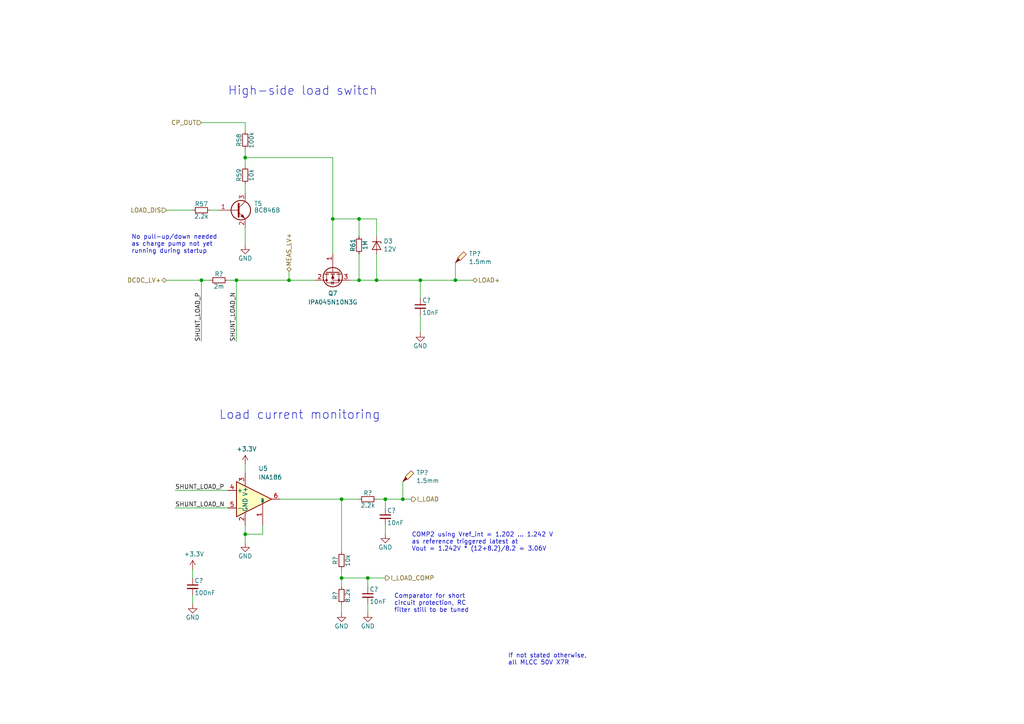
<source format=kicad_sch>
(kicad_sch (version 20250114) (generator "eeschema") (generator_version "9.0")
  (paper "A4")
  (title_block (title "MPPT 2420 HC") (date "2021-01-06") (rev "0.2.3") (company "Copyright © 2020 Libre Solar Technologies GmbH") (comment 1 "Licensed under CERN-OHL-W version 2") (comment 2 "Author: Martin Jäger"))
  (lib_symbols
    (symbol "Connector:TestPoint_Probe" (pin_numbers (hide yes)) (pin_names (offset 0.762) (hide yes))
      (property "Reference" "TP" (at 1.651 5.842 0))
      (property "Value" "TestPoint_Probe" (at 1.651 4.064 0))
      (symbol "TestPoint_Probe_0_1"
        (polyline (pts (xy 1.27 0.762) (xy 0 0) (xy 0.762 1.27) (xy 1.27 0.762)) (fill (type outline)))
        (polyline (pts (xy 1.397 0.635) (xy 0.635 1.397) (xy 2.413 3.175) (xy 3.175 2.413) (xy 1.397 0.635)) (fill (type background)))
      )
      (symbol "TestPoint_Probe_1_1"
        (pin passive line (at 0 0 90) (length 0) (name "1") (number "1"))
      )
    )
    (symbol "Device:Q_NMOS_GDS" (pin_names (offset 0) (hide yes))
      (property "Reference" "Q" (at 5.08 1.27 0))
      (property "Value" "Device_Q_NMOS_GDS" (at 5.08 -1.27 0))
      (symbol "Q_NMOS_GDS_0_1"
        (polyline (pts (xy 0.254 1.905) (xy 0.254 -1.905)) (stroke (width 0.254)))
        (polyline (pts (xy 0.254 0) (xy -2.54 0)))
        (polyline (pts (xy 0.762 2.286) (xy 0.762 1.27)) (stroke (width 0.254)))
        (polyline (pts (xy 0.762 0.508) (xy 0.762 -0.508)) (stroke (width 0.254)))
        (polyline (pts (xy 0.762 -1.27) (xy 0.762 -2.286)) (stroke (width 0.254)))
        (polyline (pts (xy 0.762 -1.778) (xy 3.302 -1.778) (xy 3.302 1.778) (xy 0.762 1.778)))
        (polyline (pts (xy 1.016 0) (xy 2.032 0.381) (xy 2.032 -0.381) (xy 1.016 0)) (fill (type outline)))
        (circle (center 1.651 0) (radius 2.794) (stroke (width 0.254)))
        (polyline (pts (xy 2.54 2.54) (xy 2.54 1.778)))
        (circle (center 2.54 1.778) (radius 0.254) (fill (type outline)))
        (circle (center 2.54 -1.778) (radius 0.254) (fill (type outline)))
        (polyline (pts (xy 2.54 -2.54) (xy 2.54 0) (xy 0.762 0)))
        (polyline (pts (xy 2.794 0.508) (xy 2.921 0.381) (xy 3.683 0.381) (xy 3.81 0.254)))
        (polyline (pts (xy 3.302 0.381) (xy 2.921 -0.254) (xy 3.683 -0.254) (xy 3.302 0.381)))
      )
      (symbol "Q_NMOS_GDS_1_1"
        (pin input line (at -5.08 0 0) (length 2.54) (name "G") (number "1"))
        (pin passive line (at 2.54 5.08 270) (length 2.54) (name "D") (number "2"))
        (pin passive line (at 2.54 -5.08 90) (length 2.54) (name "S") (number "3"))
      )
    )
    (symbol "LibreSolar:INA186" (pin_names (offset 0.127))
      (property "Reference" "U" (at 3.81 3.81 0))
      (property "Value" "LibreSolar_INA186" (at 3.81 -2.54 0))
      (symbol "INA186_0_1"
        (polyline (pts (xy 5.08 0) (xy -5.08 5.08) (xy -5.08 -5.08) (xy 5.08 0)) (stroke (width 0.254)) (fill (type background)))
      )
      (symbol "INA186_1_1"
        (pin input line (at -7.62 2.54 0) (length 2.54) (name "+") (number "4"))
        (pin input line (at -7.62 -2.54 0) (length 2.54) (name "-") (number "5"))
        (pin power_in line (at -2.54 7.62 270) (length 3.81) (name "V+") (number "3"))
        (pin power_in line (at -2.54 -7.62 90) (length 3.81) (name "GND") (number "2"))
        (pin input line (at 2.54 -7.62 90) (length 6.35) (name "REF") (number "1"))
        (pin output line (at 7.62 0 180) (length 2.54) (name "~") (number "6"))
      )
    )
    (symbol "Project:C" (pin_numbers (hide yes)) (pin_names (offset 0.254) (hide yes))
      (property "Reference" "C" (at 0.635 1.905 0))
      (property "Value" "C" (at 0.635 -1.905 0))
      (symbol "C_0_1"
        (polyline (pts (xy -1.524 0.508) (xy 0 0.508) (xy 1.524 0.508)) (stroke (width 0.3048)))
        (polyline (pts (xy -1.524 -0.508) (xy 1.524 -0.508)) (stroke (width 0.3302)))
      )
      (symbol "C_1_1"
        (pin passive line (at 0 2.54 270) (length 1.905) (name "~") (number "1"))
        (pin passive line (at 0 -2.54 90) (length 2.032) (name "~") (number "2"))
      )
    )
    (symbol "Project:D_Zener" (pin_numbers (hide yes)) (pin_names (offset 1.016) (hide yes))
      (property "Reference" "D" (at 0 2.54 0))
      (property "Value" "D_Zener" (at 0 -2.54 0))
      (symbol "D_Zener_0_1"
        (polyline (pts (xy -1.016 0) (xy 1.27 1.27) (xy 1.27 -1.27) (xy -1.016 0)) (stroke (width 0.2032)))
        (polyline (pts (xy -0.508 1.27) (xy -1.016 1.27) (xy -1.016 0) (xy -1.016 -1.27)) (stroke (width 0.2032)))
        (polyline (pts (xy 1.27 0) (xy -1.27 0)))
      )
      (symbol "D_Zener_1_1"
        (pin passive line (at -2.54 0 0) (length 1.27) (name "K") (number "1"))
        (pin passive line (at 2.54 0 180) (length 1.27) (name "A") (number "2"))
      )
    )
    (symbol "Project:R" (pin_numbers (hide yes)) (pin_names (offset 0.254) (hide yes))
      (property "Reference" "R" (at -1.905 0 90))
      (property "Value" "R" (at 1.905 0 90))
      (symbol "R_0_1"
        (rectangle (start -0.762 1.778) (end 0.762 -1.778) (stroke (width 0.2032)))
      )
      (symbol "R_1_1"
        (pin passive line (at 0 2.54 270) (length 0.762) (name "~") (number "1"))
        (pin passive line (at 0 -2.54 90) (length 0.762) (name "~") (number "2"))
      )
    )
    (symbol "Transistor_BJT:BC846" (pin_names (offset 0) (hide yes))
      (property "Reference" "Q" (at 5.08 1.905 0))
      (property "Value" "BC846" (at 5.08 0 0))
      (symbol "BC846_0_1"
        (polyline (pts (xy -2.54 0) (xy 0.635 0)))
        (polyline (pts (xy 0.635 1.905) (xy 0.635 -1.905)) (stroke (width 0.508)))
        (circle (center 1.27 0) (radius 2.8194) (stroke (width 0.254)))
      )
      (symbol "BC846_1_1"
        (polyline (pts (xy 0.635 0.635) (xy 2.54 2.54)))
        (polyline (pts (xy 0.635 -0.635) (xy 2.54 -2.54)))
        (polyline (pts (xy 1.27 -1.778) (xy 1.778 -1.27) (xy 2.286 -2.286) (xy 1.27 -1.778)) (fill (type outline)))
        (pin input line (at -5.08 0 0) (length 2.54) (name "B") (number "1"))
        (pin passive line (at 2.54 5.08 270) (length 2.54) (name "C") (number "3"))
        (pin passive line (at 2.54 -5.08 90) (length 2.54) (name "E") (number "2"))
      )
    )
    (symbol "power:+3.3V" (power) (pin_numbers (hide yes)) (pin_names (offset 0) (hide yes))
      (property "Value" "+3.3V" (at 0 3.556 0))
      (symbol "+3.3V_0_1"
        (polyline (pts (xy -0.762 1.27) (xy 0 2.54)))
        (polyline (pts (xy 0 2.54) (xy 0.762 1.27)))
        (polyline (pts (xy 0 0) (xy 0 2.54)))
      )
      (symbol "+3.3V_1_1"
        (pin power_in line (at 0 0 90) (length 0) (name "~") (number "1"))
      )
    )
    (symbol "power:GND" (power) (pin_numbers (hide yes)) (pin_names (offset 0) (hide yes))
      (property "Value" "GND" (at 0 -3.81 0))
      (symbol "GND_0_1"
        (polyline (pts (xy 0 0) (xy 0 -1.27) (xy 1.27 -1.27) (xy 0 -2.54) (xy -1.27 -1.27) (xy 0 -1.27)))
      )
      (symbol "GND_1_1"
        (pin power_in line (at 0 0 270) (length 0) (name "~") (number "1"))
      )
    )
  )
  (text "Comparator for short \ncircuit protection, RC\nfilter still to be tuned" (at 114.3 177.8 0) (effects (font (size 1.27 1.27)) (justify left bottom)))
  (text "Load current monitoring" (at 63.5 121.92 0) (effects (font (size 2.54 2.54)) (justify left bottom)))
  (text "No pull-up/down needed\nas charge pump not yet \nrunning during startup" (at 38.1 73.66 0) (effects (font (size 1.27 1.27)) (justify left bottom)))
  (text "High-side load switch" (at 66.04 27.94 0) (effects (font (size 2.54 2.54)) (justify left bottom)))
  (text "COMP2 using Vref_int = 1.202 ... 1.242 V\nas reference triggered latest at\nVout = 1.242V * (12+8.2)/8.2 = 3.06V" (at 119.38 160.02 0) (effects (font (size 1.27 1.27)) (justify left bottom)))
  (text "If not stated otherwise,\nall MLCC 50V X7R" (at 147.32 193.04 0) (effects (font (size 1.27 1.27)) (justify left bottom)))
  (junction (at 104.14 81.28))
  (junction (at 104.14 63.5))
  (junction (at 68.58 81.28))
  (junction (at 109.22 81.28))
  (junction (at 96.52 63.5))
  (junction (at 121.92 81.28))
  (junction (at 71.12 154.94))
  (junction (at 99.06 167.64))
  (junction (at 58.42 81.28))
  (junction (at 106.68 167.64))
  (junction (at 132.08 81.28))
  (junction (at 116.84 144.78))
  (junction (at 111.76 144.78))
  (junction (at 99.06 144.78))
  (junction (at 71.12 45.72))
  (junction (at 83.82 81.28))
  (wire (pts (xy 109.22 73.66) (xy 109.22 81.28)))
  (wire (pts (xy 60.96 60.96) (xy 63.5 60.96)))
  (wire (pts (xy 71.12 35.56) (xy 71.12 38.1)))
  (wire (pts (xy 132.08 81.28) (xy 137.16 81.28)))
  (wire (pts (xy 109.22 144.78) (xy 111.76 144.78)))
  (wire (pts (xy 66.04 142.24) (xy 50.8 142.24)))
  (wire (pts (xy 132.08 76.2) (xy 132.08 81.28)))
  (wire (pts (xy 96.52 45.72) (xy 71.12 45.72)))
  (wire (pts (xy 99.06 175.26) (xy 99.06 177.8)))
  (wire (pts (xy 106.68 167.64) (xy 106.68 170.18)))
  (wire (pts (xy 99.06 144.78) (xy 99.06 160.02)))
  (wire (pts (xy 71.12 66.04) (xy 71.12 71.12)))
  (wire (pts (xy 83.82 81.28) (xy 83.82 78.74)))
  (wire (pts (xy 121.92 86.36) (xy 121.92 81.28)))
  (wire (pts (xy 99.06 167.64) (xy 99.06 170.18)))
  (wire (pts (xy 76.2 154.94) (xy 71.12 154.94)))
  (wire (pts (xy 68.58 81.28) (xy 68.58 99.06)))
  (wire (pts (xy 111.76 144.78) (xy 111.76 147.32)))
  (wire (pts (xy 121.92 81.28) (xy 132.08 81.28)))
  (wire (pts (xy 83.82 81.28) (xy 91.44 81.28)))
  (wire (pts (xy 68.58 81.28) (xy 83.82 81.28)))
  (wire (pts (xy 99.06 167.64) (xy 106.68 167.64)))
  (wire (pts (xy 116.84 139.7) (xy 116.84 144.78)))
  (wire (pts (xy 58.42 81.28) (xy 58.42 99.06)))
  (wire (pts (xy 71.12 43.18) (xy 71.12 45.72)))
  (wire (pts (xy 71.12 152.4) (xy 71.12 154.94)))
  (wire (pts (xy 106.68 167.64) (xy 111.76 167.64)))
  (wire (pts (xy 71.12 35.56) (xy 58.42 35.56)))
  (wire (pts (xy 76.2 154.94) (xy 76.2 152.4)))
  (wire (pts (xy 104.14 73.66) (xy 104.14 81.28)))
  (wire (pts (xy 121.92 91.44) (xy 121.92 96.52)))
  (wire (pts (xy 71.12 45.72) (xy 71.12 48.26)))
  (wire (pts (xy 104.14 63.5) (xy 109.22 63.5)))
  (wire (pts (xy 99.06 144.78) (xy 104.14 144.78)))
  (wire (pts (xy 96.52 63.5) (xy 96.52 45.72)))
  (wire (pts (xy 101.6 81.28) (xy 104.14 81.28)))
  (wire (pts (xy 50.8 147.32) (xy 66.04 147.32)))
  (wire (pts (xy 81.28 144.78) (xy 99.06 144.78)))
  (wire (pts (xy 48.26 81.28) (xy 58.42 81.28)))
  (wire (pts (xy 71.12 53.34) (xy 71.12 55.88)))
  (wire (pts (xy 55.88 175.26) (xy 55.88 172.72)))
  (wire (pts (xy 99.06 165.1) (xy 99.06 167.64)))
  (wire (pts (xy 66.04 81.28) (xy 68.58 81.28)))
  (wire (pts (xy 96.52 73.66) (xy 96.52 63.5)))
  (wire (pts (xy 71.12 134.62) (xy 71.12 137.16)))
  (wire (pts (xy 109.22 81.28) (xy 121.92 81.28)))
  (wire (pts (xy 55.88 167.64) (xy 55.88 165.1)))
  (wire (pts (xy 109.22 63.5) (xy 109.22 68.58)))
  (wire (pts (xy 116.84 144.78) (xy 119.38 144.78)))
  (wire (pts (xy 48.26 60.96) (xy 55.88 60.96)))
  (wire (pts (xy 58.42 81.28) (xy 60.96 81.28)))
  (wire (pts (xy 106.68 175.26) (xy 106.68 177.8)))
  (wire (pts (xy 111.76 152.4) (xy 111.76 154.94)))
  (wire (pts (xy 104.14 63.5) (xy 104.14 68.58)))
  (wire (pts (xy 111.76 144.78) (xy 116.84 144.78)))
  (wire (pts (xy 96.52 63.5) (xy 104.14 63.5)))
  (wire (pts (xy 71.12 154.94) (xy 71.12 157.48)))
  (wire (pts (xy 104.14 81.28) (xy 109.22 81.28)))
  (label "SHUNT_LOAD_P" (at 58.42 99.06 90))
  (label "SHUNT_LOAD_N" (at 50.8 147.32 0))
  (label "SHUNT_LOAD_N" (at 68.58 99.06 90))
  (label "SHUNT_LOAD_P" (at 50.8 142.24 0))
  (hierarchical_label "CP_OUT" (shape input) (at 58.42 35.56 180))
  (hierarchical_label "DCDC_LV+" (shape bidirectional) (at 48.26 81.28 180))
  (hierarchical_label "MEAS_LV+" (shape bidirectional) (at 83.82 78.74 90))
  (hierarchical_label "LOAD_DIS" (shape input) (at 48.26 60.96 180))
  (hierarchical_label "I_LOAD" (shape output) (at 119.38 144.78 0))
  (hierarchical_label "I_LOAD_COMP" (shape output) (at 111.76 167.64 0))
  (hierarchical_label "LOAD+" (shape bidirectional) (at 137.16 81.28 0))
  (symbol (lib_id "Project:C") (at 121.92 88.9 0) (unit 1)
    (property "Reference" "C37" (at 122.428 87.122 0) (effects (justify left)))
    (property "Value" "10nF" (at 122.428 90.678 0) (effects (justify left)))
    (property "Footprint" "LibreSolar:C_0603_1608" (effects (hide yes)))
    (property "Manufacturer" "any" (effects (hide yes)))
    (property "Remarks" "100V, X7R" (effects (hide yes)))
    (instances (project "" (path "" (reference "C?") (unit 1)) (path "" (reference "C37") (unit 1))))
  )
  (symbol (lib_id "Project:R") (at 63.5 81.28 270) (unit 1)
    (property "Reference" "R62" (at 63.5 79.502 90))
    (property "Value" "2m" (at 63.5 83.058 90))
    (property "Footprint" "LibreSolar:R_Bourns_CRE2512" (effects (hide yes)))
    (property "Manufacturer" "Bourns" (effects (hide yes)))
    (property "PartNumber" "CRE2512-FZ-R002E-3" (effects (hide yes)))
    (instances (project "" (path "" (reference "R?") (unit 1)) (path "" (reference "R62") (unit 1))))
  )
  (symbol (lib_id "power:GND") (at 121.92 96.52 0) (mirror y) (unit 1)
    (property "Reference" "#PWR081" (effects (hide yes)))
    (property "Value" "GND" (at 121.92 100.33 0))
    (instances (project "" (path "" (reference "#PWR?") (unit 1)) (path "" (reference "#PWR081") (unit 1))))
  )
  (symbol (lib_id "Device:Q_NMOS_GDS") (at 96.52 78.74 90) (mirror x) (unit 1)
    (property "Reference" "Q7" (at 96.52 85.09 90))
    (property "Value" "IPA045N10N3G" (at 96.52 87.63 90))
    (property "Footprint" "LibreSolar:TO-220-3_Horizontal_BottomHeatsink" (effects (hide yes)))
    (property "Manufacturer" "Infineon" (effects (hide yes)))
    (property "PartNumber" "IPA045N10N3G" (effects (hide yes)))
    (property "Remarks" "Alternative: IPP045N10N3G" (effects (hide yes)))
  )
  (symbol (lib_id "Project:R") (at 104.14 71.12 0) (unit 1)
    (property "Reference" "R61" (at 102.362 71.12 90))
    (property "Value" "1M" (at 105.918 71.12 90))
    (property "Footprint" "LibreSolar:R_0603_1608" (effects (hide yes)))
    (property "Manufacturer" "any" (effects (hide yes)))
    (property "Remarks" "1%" (effects (hide yes)))
  )
  (symbol (lib_id "Project:R") (at 71.12 40.64 0) (unit 1)
    (property "Reference" "R58" (at 69.342 40.64 90))
    (property "Value" "100k" (at 72.898 40.64 90))
    (property "Footprint" "LibreSolar:R_0603_1608" (effects (hide yes)))
    (property "Manufacturer" "any" (effects (hide yes)))
    (property "Remarks" "1%" (effects (hide yes)))
  )
  (symbol (lib_id "Project:D_Zener") (at 109.22 71.12 270) (unit 1)
    (property "Reference" "D3" (at 111.2266 69.9516 90) (effects (justify left)))
    (property "Value" "12V" (at 111.2266 72.263 90) (effects (justify left)))
    (property "Footprint" "Diode_SMD:D_SOT-23_ANK" (effects (hide yes)))
    (property "Manufacturer" "ON Semiconductor" (effects (hide yes)))
    (property "PartNumber" "SZBZX84C12LT3G" (effects (hide yes)))
    (property "Remarks" "Alternative: Diodes Inc. BZX84C12-7-F" (effects (hide yes)))
  )
  (symbol (lib_id "Project:R") (at 71.12 50.8 0) (mirror x) (unit 1)
    (property "Reference" "R59" (at 69.342 50.8 90))
    (property "Value" "10k" (at 72.898 50.8 90))
    (property "Footprint" "LibreSolar:R_0603_1608" (effects (hide yes)))
    (property "Manufacturer" "any" (effects (hide yes)))
    (property "Remarks" "1%" (effects (hide yes)))
  )
  (symbol (lib_id "Project:R") (at 58.42 60.96 90) (mirror x) (unit 1)
    (property "Reference" "R57" (at 58.42 59.182 90))
    (property "Value" "2.2k" (at 58.42 62.738 90))
    (property "Footprint" "LibreSolar:R_0603_1608" (effects (hide yes)))
    (property "Manufacturer" "any" (effects (hide yes)))
    (property "Remarks" "1%" (effects (hide yes)))
  )
  (symbol (lib_id "Transistor_BJT:BC846") (at 68.58 60.96 0) (unit 1)
    (property "Reference" "T5" (at 73.66 59.055 0) (effects (justify left)))
    (property "Value" "BC846B" (at 73.66 60.96 0) (effects (justify left)))
    (property "Footprint" "LibreSolar:SOT-23" (effects (hide yes)))
    (property "Manufacturer" "ON Semiconductor" (effects (hide yes)))
    (property "PartNumber" "BC846BLT1G" (effects (hide yes)))
  )
  (symbol (lib_id "power:GND") (at 71.12 71.12 0) (mirror y) (unit 1)
    (property "Reference" "#PWR079" (effects (hide yes)))
    (property "Value" "GND" (at 71.12 74.93 0))
    (instances (project "" (path "" (reference "#PWR?") (unit 1)) (path "" (reference "#PWR079") (unit 1))))
  )
  (symbol (lib_id "Connector:TestPoint_Probe") (at 116.84 139.7 0) (unit 1)
    (property "Reference" "TP2" (at 120.7262 137.1092 0) (effects (justify left)))
    (property "Value" "1.5mm" (at 120.7262 139.4206 0) (effects (justify left)))
    (property "Footprint" "TestPoint:TestPoint_Pad_D1.5mm" (effects (hide yes)))
    (property "Config" "+info" (effects (hide yes)))
    (instances (project "" (path "" (reference "TP?") (unit 1)) (path "" (reference "TP?") (unit 1)) (path "" (reference "TP2") (unit 1))))
  )
  (symbol (lib_id "Project:C") (at 55.88 170.18 0) (unit 1)
    (property "Reference" "C28" (at 56.388 168.402 0) (effects (justify left)))
    (property "Value" "100nF" (at 56.388 171.958 0) (effects (justify left)))
    (property "Footprint" "LibreSolar:C_0603_1608" (effects (hide yes)))
    (property "Manufacturer" "any" (effects (hide yes)))
    (instances (project "" (path "" (reference "C?") (unit 1)) (path "" (reference "C28") (unit 1))))
  )
  (symbol (lib_id "Project:C") (at 111.76 149.86 0) (unit 1)
    (property "Reference" "C26" (at 112.268 148.082 0) (effects (justify left)))
    (property "Value" "10nF" (at 112.268 151.638 0) (effects (justify left)))
    (property "Footprint" "LibreSolar:C_0603_1608" (effects (hide yes)))
    (property "Manufacturer" "any" (effects (hide yes)))
    (property "Remarks" "100V, X7R" (effects (hide yes)))
    (instances (project "" (path "" (reference "C?") (unit 1)) (path "" (reference "C26") (unit 1))))
  )
  (symbol (lib_id "power:GND") (at 111.76 154.94 0) (unit 1)
    (property "Reference" "#PWR072" (effects (hide yes)))
    (property "Value" "GND" (at 111.76 158.75 0))
    (instances (project "" (path "" (reference "#PWR?") (unit 1)) (path "" (reference "#PWR072") (unit 1))))
  )
  (symbol (lib_id "Project:R") (at 106.68 144.78 90) (mirror x) (unit 1)
    (property "Reference" "R44" (at 106.68 143.002 90))
    (property "Value" "2.2k" (at 106.68 146.558 90))
    (property "Footprint" "LibreSolar:R_0603_1608" (effects (hide yes)))
    (property "Manufacturer" "any" (effects (hide yes)))
    (property "Remarks" "1%" (effects (hide yes)))
    (instances (project "" (path "" (reference "R?") (unit 1)) (path "" (reference "R44") (unit 1))))
  )
  (symbol (lib_id "power:GND") (at 55.88 175.26 0) (unit 1)
    (property "Reference" "#PWR078" (effects (hide yes)))
    (property "Value" "GND" (at 55.88 179.07 0))
    (instances (project "" (path "" (reference "#PWR?") (unit 1)) (path "" (reference "#PWR078") (unit 1))))
  )
  (symbol (lib_id "power:GND") (at 71.12 157.48 0) (unit 1)
    (property "Reference" "#PWR068" (effects (hide yes)))
    (property "Value" "GND" (at 71.12 161.29 0))
  )
  (symbol (lib_id "Project:R") (at 99.06 162.56 0) (mirror x) (unit 1)
    (property "Reference" "R49" (at 97.282 162.56 90))
    (property "Value" "10k" (at 100.838 162.56 90))
    (property "Footprint" "LibreSolar:R_0603_1608" (effects (hide yes)))
    (property "Manufacturer" "any" (effects (hide yes)))
    (property "Remarks" "1%" (effects (hide yes)))
    (instances (project "" (path "" (reference "R?") (unit 1)) (path "" (reference "R49") (unit 1))))
  )
  (symbol (lib_id "Project:R") (at 99.06 172.72 0) (mirror x) (unit 1)
    (property "Reference" "R50" (at 97.282 172.72 90))
    (property "Value" "8.2k" (at 100.838 172.72 90))
    (property "Footprint" "LibreSolar:C_0603_1608" (effects (hide yes)))
    (property "Manufacturer" "any" (effects (hide yes)))
    (property "Remarks" "1%" (effects (hide yes)))
    (instances (project "" (path "" (reference "R?") (unit 1)) (path "" (reference "R50") (unit 1))))
  )
  (symbol (lib_id "power:GND") (at 99.06 177.8 0) (unit 1)
    (property "Reference" "#PWR074" (effects (hide yes)))
    (property "Value" "GND" (at 99.06 181.61 0))
    (instances (project "" (path "" (reference "#PWR?") (unit 1)) (path "" (reference "#PWR074") (unit 1))))
  )
  (symbol (lib_id "power:+3.3V") (at 55.88 165.1 0) (unit 1)
    (property "Reference" "#PWR077" (effects (hide yes)))
    (property "Value" "+3.3V" (at 56.261 160.7058 0))
  )
  (symbol (lib_id "Project:C") (at 106.68 172.72 0) (unit 1)
    (property "Reference" "C45" (at 107.188 170.942 0) (effects (justify left)))
    (property "Value" "10nF" (at 107.188 174.498 0) (effects (justify left)))
    (property "Footprint" "LibreSolar:C_0603_1608" (effects (hide yes)))
    (property "Manufacturer" "any" (effects (hide yes)))
    (property "Remarks" "100V, X7R" (effects (hide yes)))
    (instances (project "" (path "" (reference "C?") (unit 1)) (path "" (reference "C45") (unit 1))))
  )
  (symbol (lib_id "power:GND") (at 106.68 177.8 0) (unit 1)
    (property "Reference" "#PWR0112" (effects (hide yes)))
    (property "Value" "GND" (at 106.68 181.61 0))
    (instances (project "" (path "" (reference "#PWR?") (unit 1)) (path "" (reference "#PWR0112") (unit 1))))
  )
  (symbol (lib_id "LibreSolar:INA186") (at 73.66 144.78 0) (unit 1)
    (property "Reference" "U5" (at 74.93 135.89 0) (effects (justify left)))
    (property "Value" "INA186" (at 74.93 138.43 0) (effects (justify left)))
    (property "Footprint" "Package_TO_SOT_SMD:SOT-363_SC-70-6" (effects (hide yes)))
    (property "Datasheet" "http://www.ti.com/lit/ds/symlink/ina186.pdf" (effects (hide yes)))
    (property "Manufacturer" "Texas Instruments" (effects (hide yes)))
    (property "PartNumber" "INA186A1IDCKR" (effects (hide yes)))
  )
  (symbol (lib_id "power:+3.3V") (at 71.12 134.62 0) (unit 1)
    (property "Reference" "#PWR0119" (effects (hide yes)))
    (property "Value" "+3.3V" (at 71.501 130.2258 0))
  )
  (symbol (lib_id "Connector:TestPoint_Probe") (at 132.08 76.2 0) (unit 1)
    (property "Reference" "TP16" (at 135.9662 73.6092 0) (effects (justify left)))
    (property "Value" "1.5mm" (at 135.9662 75.9206 0) (effects (justify left)))
    (property "Footprint" "TestPoint:TestPoint_Pad_D1.5mm" (effects (hide yes)))
    (property "Config" "+info" (effects (hide yes)))
    (instances (project "" (path "" (reference "TP?") (unit 1)) (path "" (reference "TP?") (unit 1)) (path "" (reference "TP16") (unit 1))))
  )
)
</source>
